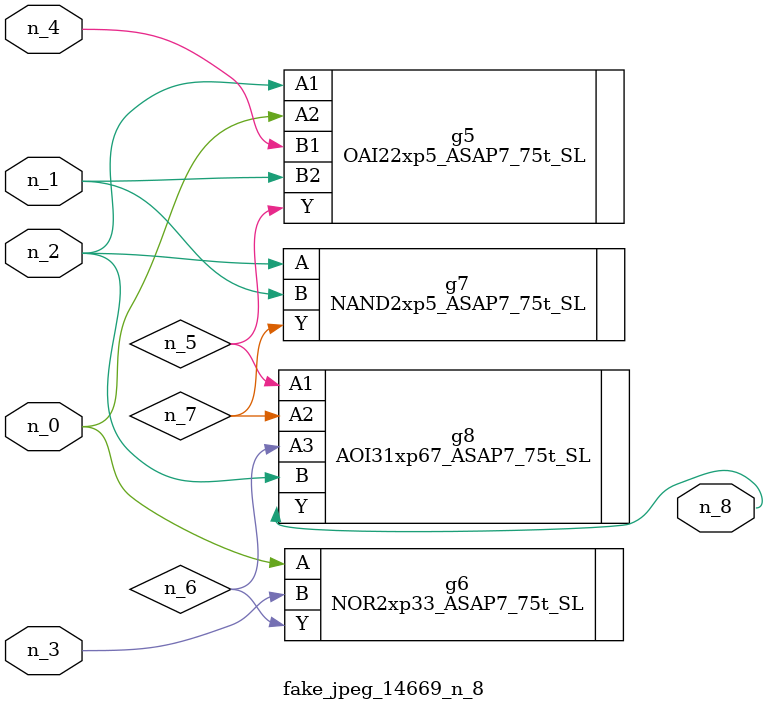
<source format=v>
module fake_jpeg_14669_n_8 (n_3, n_2, n_1, n_0, n_4, n_8);

input n_3;
input n_2;
input n_1;
input n_0;
input n_4;

output n_8;

wire n_6;
wire n_5;
wire n_7;

OAI22xp5_ASAP7_75t_SL g5 ( 
.A1(n_2),
.A2(n_0),
.B1(n_4),
.B2(n_1),
.Y(n_5)
);

NOR2xp33_ASAP7_75t_SL g6 ( 
.A(n_0),
.B(n_3),
.Y(n_6)
);

NAND2xp5_ASAP7_75t_SL g7 ( 
.A(n_2),
.B(n_1),
.Y(n_7)
);

AOI31xp67_ASAP7_75t_SL g8 ( 
.A1(n_5),
.A2(n_7),
.A3(n_6),
.B(n_2),
.Y(n_8)
);


endmodule
</source>
